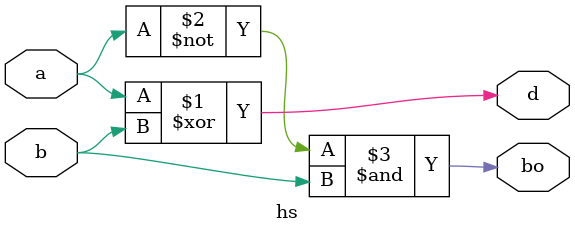
<source format=v>
module hs(input a,b,
          output d,bo);
          assign d=a^b;
          assign bo=~a&b;
          endmodule

</source>
